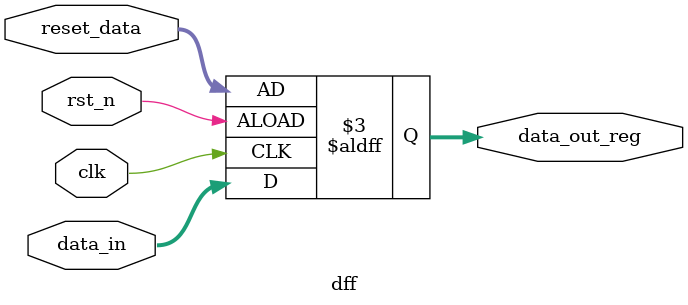
<source format=v>
module clk_even_divider # 
(
	parameter divided = 2
)
(
	input  wire i_clk,
	input  wire i_rstn,
	output wire o_clk_divided
);
	
	wire [$clog2(divided):0] inner_clk;

	
	dff #(1) u_dff0 (
		.clk			(i_clk),
		.rst_n			(i_rstn),
		.data_in		(~inner_clk[0]),
		.reset_data		(0),
		.data_out_reg	(inner_clk[0])
	);

	dff #(1) u_dff1 (
		.clk			(inner_clk[0]),
		.rst_n			(i_rstn),
		.data_in		(~inner_clk[1]),
		.reset_data		(0),
		.data_out_reg	(inner_clk[1])
	);

	assign o_clk_divided = inner_clk[$clog2(divided)];

endmodule


module dff #(
    parameter DATA_WIDTH = 8
)
(
    input clk,
    input rst_n,
    input [DATA_WIDTH-1 : 0] data_in,
    input [DATA_WIDTH-1 : 0] reset_data,
    output reg [DATA_WIDTH-1 : 0] data_out_reg

);

    always @(posedge clk or negedge rst_n) begin
        if(~rst_n) begin
            data_out_reg <= reset_data;
        end else begin
            data_out_reg <= data_in;
        end
    end

endmodule
</source>
